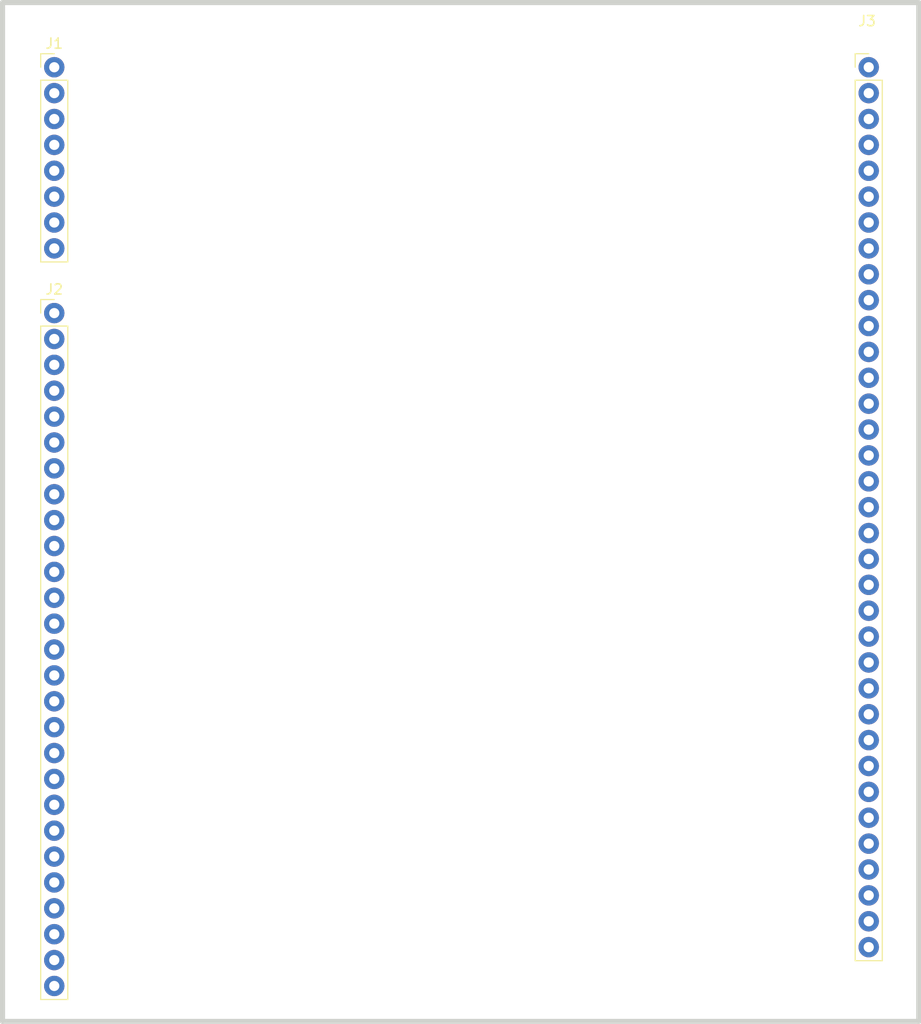
<source format=kicad_pcb>
(kicad_pcb (version 20221018) (generator pcbnew)
  (title_block (title "Fonte de tensao LM675") (date "2023-08-14") (rev "v04.1") (company "EITduino") (comment 1 "Autor: Gustavo Pinheiro") (comment 2 "projeto com uso de capacitores eletroliticos") (comment 3 "Novo barramento - alteração dos pinos de terra"))
  (layers (0 "F.Cu" signal) (31 "B.Cu" signal) (34 "B.Paste" user) (35 "F.Paste" user) (36 "B.SilkS" user "B.Silkscreen") (37 "F.SilkS" user "F.Silkscreen") (38 "B.Mask" user) (39 "F.Mask" user) (44 "Edge.Cuts" user))
  (net 0 "")
  (net 1 "VCC")
  (net 2 "VEE")
  (net 3 "Earth")
  (net 4 "+9V")
  (net 5 "-9V")
  (net 6 "+5V")
  (net 7 "-5V")
  (net 8 "+3.3V")
  (net 9 "I1")
  (net 10 "I2")
  (net 11 "Ampl1")
  (net 12 "Ampl2")
  (net 13 "Sin1")
  (net 14 "Sin2")
  (net 34 "GND")
  (net 35 "SCL4")
  (net 36 "SDA4")
  (net 37 "SinA")
  (net 38 "SinB")
  (net 39 "SINC")
  (net 40 "SPI_COPI")
  (net 41 "SPI_CIPO")
  (net 42 "SPI_clk")
  (net 43 "CS (AD9833)")
  (net 44 "CS (X9c10x)")
  (net 45 "SCL3")
  (net 46 "SDA3")
  (net 47 "SCL2")
  (net 48 "SDA2")
  (net 49 "SCL1")
  (net 50 "SDA1")
  (footprint "Connector_PinHeader_2.54mm:PinHeader_1x35_P2.54mm_Vertical" (layer "F.Cu") (at 186.69 57.15)
    (fp_text reference "J3" (at -0.165 -4.535) (layer "F.SilkS"))
    (fp_text value "comunicacao / sinais digitais" hide)
    (fp_line (start -1.33 -1.33) (end 0 -1.33) (stroke (width 0.12)) (layer "F.SilkS"))
    (fp_line (start -1.33 0) (end -1.33 -1.33) (stroke (width 0.12)) (layer "F.SilkS"))
    (fp_line (start -1.33 1.27) (end -1.33 87.69) (stroke (width 0.12)) (layer "F.SilkS"))
    (fp_line (start -1.33 1.27) (end 1.33 1.27) (stroke (width 0.12)) (layer "F.SilkS"))
    (fp_line (start -1.33 87.69) (end 1.33 87.69) (stroke (width 0.12)) (layer "F.SilkS"))
    (fp_line (start 1.33 1.27) (end 1.33 87.69) (stroke (width 0.12)) (layer "F.SilkS"))
    (pad "1" thru_hole circle (at 0 0) (size 2 2) (drill 1) (layers "*.Cu" "*.Mask") (net 6 "+5V"))
    (pad "2" thru_hole circle (at 0 2.54) (size 2 2) (drill 1) (layers "*.Cu" "*.Mask") (net 3 "Earth"))
    (pad "3" thru_hole circle (at 0 5.08) (size 2 2) (drill 1) (layers "*.Cu" "*.Mask") (net 7 "-5V"))
    (pad "4" thru_hole circle (at 0 7.62) (size 2 2) (drill 1) (layers "*.Cu" "*.Mask") (net 3 "Earth"))
    (pad "5" thru_hole circle (at 0 10.16) (size 2 2) (drill 1) (layers "*.Cu" "*.Mask") (net 8 "+3.3V"))
    (pad "6" thru_hole circle (at 0 12.7) (size 2 2) (drill 1) (layers "*.Cu" "*.Mask") (net 3 "Earth"))
    (pad "7" thru_hole circle (at 0 15.24) (size 2 2) (drill 1) (layers "*.Cu" "*.Mask"))
    (pad "8" thru_hole circle (at 0 17.78) (size 2 2) (drill 1) (layers "*.Cu" "*.Mask"))
    (pad "9" thru_hole circle (at 0 20.32) (size 2 2) (drill 1) (layers "*.Cu" "*.Mask"))
    (pad "10" thru_hole circle (at 0 22.86) (size 2 2) (drill 1) (layers "*.Cu" "*.Mask"))
    (pad "11" thru_hole circle (at 0 25.4) (size 2 2) (drill 1) (layers "*.Cu" "*.Mask"))
    (pad "12" thru_hole circle (at 0 27.94) (size 2 2) (drill 1) (layers "*.Cu" "*.Mask"))
    (pad "13" thru_hole circle (at 0 30.48) (size 2 2) (drill 1) (layers "*.Cu" "*.Mask"))
    (pad "14" thru_hole circle (at 0 33.02) (size 2 2) (drill 1) (layers "*.Cu" "*.Mask") (net 34 "GND"))
    (pad "15" thru_hole circle (at 0 35.56) (size 2 2) (drill 1) (layers "*.Cu" "*.Mask") (net 43 "CS (AD9833)"))
    (pad "16" thru_hole circle (at 0 38.1) (size 2 2) (drill 1) (layers "*.Cu" "*.Mask") (net 34 "GND"))
    (pad "17" thru_hole circle (at 0 40.64) (size 2 2) (drill 1) (layers "*.Cu" "*.Mask") (net 44 "CS (X9c10x)"))
    (pad "18" thru_hole circle (at 0 43.18) (size 2 2) (drill 1) (layers "*.Cu" "*.Mask") (net 34 "GND"))
    (pad "19" thru_hole circle (at 0 45.72) (size 2 2) (drill 1) (layers "*.Cu" "*.Mask") (net 42 "SPI_clk"))
    (pad "20" thru_hole circle (at 0 48.26) (size 2 2) (drill 1) (layers "*.Cu" "*.Mask") (net 41 "SPI_CIPO"))
    (pad "21" thru_hole circle (at 0 50.8) (size 2 2) (drill 1) (layers "*.Cu" "*.Mask") (net 40 "SPI_COPI"))
    (pad "22" thru_hole circle (at 0 53.34) (size 2 2) (drill 1) (layers "*.Cu" "*.Mask") (net 34 "GND"))
    (pad "23" thru_hole circle (at 0 55.88) (size 2 2) (drill 1) (layers "*.Cu" "*.Mask") (net 35 "SCL4"))
    (pad "24" thru_hole circle (at 0 58.42) (size 2 2) (drill 1) (layers "*.Cu" "*.Mask") (net 36 "SDA4"))
    (pad "25" thru_hole circle (at 0 60.96) (size 2 2) (drill 1) (layers "*.Cu" "*.Mask") (net 34 "GND"))
    (pad "26" thru_hole circle (at 0 63.5) (size 2 2) (drill 1) (layers "*.Cu" "*.Mask") (net 45 "SCL3"))
    (pad "27" thru_hole circle (at 0 66.04) (size 2 2) (drill 1) (layers "*.Cu" "*.Mask") (net 46 "SDA3"))
    (pad "28" thru_hole circle (at 0 68.58) (size 2 2) (drill 1) (layers "*.Cu" "*.Mask") (net 34 "GND"))
    (pad "29" thru_hole circle (at 0 71.12) (size 2 2) (drill 1) (layers "*.Cu" "*.Mask") (net 47 "SCL2"))
    (pad "30" thru_hole circle (at 0 73.66) (size 2 2) (drill 1) (layers "*.Cu" "*.Mask") (net 48 "SDA2"))
    (pad "31" thru_hole circle (at 0 76.2) (size 2 2) (drill 1) (layers "*.Cu" "*.Mask") (net 34 "GND"))
    (pad "32" thru_hole circle (at 0 78.74) (size 2 2) (drill 1) (layers "*.Cu" "*.Mask") (net 49 "SCL1"))
    (pad "33" thru_hole circle (at 0 81.28) (size 2 2) (drill 1) (layers "*.Cu" "*.Mask") (net 50 "SDA1"))
    (pad "34" thru_hole circle (at 0 83.82) (size 2 2) (drill 1) (layers "*.Cu" "*.Mask") (net 34 "GND"))
    (pad "35" thru_hole circle (at 0 86.36) (size 2 2) (drill 1) (layers "*.Cu" "*.Mask") (net 39 "SINC"))
  )
  (footprint "Connector_PinHeader_2.54mm:PinHeader_1x08_P2.54mm_Vertical" (layer "F.Cu") (at 106.68 57.15)
    (fp_text reference "J1" (at 0 -2.33) (layer "F.SilkS"))
    (fp_text value "alimentacao analogica")
    (fp_line (start -1.33 -1.33) (end 0 -1.33) (stroke (width 0.12)) (layer "F.SilkS"))
    (fp_line (start -1.33 0) (end -1.33 -1.33) (stroke (width 0.12)) (layer "F.SilkS"))
    (fp_line (start -1.33 1.27) (end -1.33 19.11) (stroke (width 0.12)) (layer "F.SilkS"))
    (fp_line (start -1.33 1.27) (end 1.33 1.27) (stroke (width 0.12)) (layer "F.SilkS"))
    (fp_line (start -1.33 19.11) (end 1.33 19.11) (stroke (width 0.12)) (layer "F.SilkS"))
    (fp_line (start 1.33 1.27) (end 1.33 19.11) (stroke (width 0.12)) (layer "F.SilkS"))
    (pad "1" thru_hole circle (at 0 0) (size 2 2) (drill 1) (layers "*.Cu" "*.Mask") (net 3 "Earth"))
    (pad "2" thru_hole circle (at 0 2.54) (size 2 2) (drill 1) (layers "*.Cu" "*.Mask") (net 1 "VCC"))
    (pad "3" thru_hole circle (at 0 5.08) (size 2 2) (drill 1) (layers "*.Cu" "*.Mask") (net 2 "VEE"))
    (pad "4" thru_hole circle (at 0 7.62) (size 2 2) (drill 1) (layers "*.Cu" "*.Mask") (net 3 "Earth"))
    (pad "5" thru_hole circle (at 0 10.16) (size 2 2) (drill 1) (layers "*.Cu" "*.Mask") (net 4 "+9V"))
    (pad "6" thru_hole circle (at 0 12.7) (size 2 2) (drill 1) (layers "*.Cu" "*.Mask") (net 3 "Earth"))
    (pad "7" thru_hole circle (at 0 15.24) (size 2 2) (drill 1) (layers "*.Cu" "*.Mask") (net 5 "-9V"))
    (pad "8" thru_hole circle (at 0 17.78) (size 2 2) (drill 1) (layers "*.Cu" "*.Mask") (net 3 "Earth"))
  )
  (footprint "Connector_PinHeader_2.54mm:PinHeader_1x27_P2.54mm_Vertical" (layer "F.Cu") (at 106.68 81.28)
    (fp_text reference "J2" (at 0 -2.33) (layer "F.SilkS"))
    (fp_text value "sinais analogicos")
    (fp_line (start -1.33 -1.33) (end 0 -1.33) (stroke (width 0.12)) (layer "F.SilkS"))
    (fp_line (start -1.33 0) (end -1.33 -1.33) (stroke (width 0.12)) (layer "F.SilkS"))
    (fp_line (start -1.33 1.27) (end -1.33 67.37) (stroke (width 0.12)) (layer "F.SilkS"))
    (fp_line (start -1.33 1.27) (end 1.33 1.27) (stroke (width 0.12)) (layer "F.SilkS"))
    (fp_line (start -1.33 67.37) (end 1.33 67.37) (stroke (width 0.12)) (layer "F.SilkS"))
    (fp_line (start 1.33 1.27) (end 1.33 67.37) (stroke (width 0.12)) (layer "F.SilkS"))
    (pad "1" thru_hole circle (at 0 0) (size 2 2) (drill 1) (layers "*.Cu" "*.Mask"))
    (pad "2" thru_hole circle (at 0 2.54) (size 2 2) (drill 1) (layers "*.Cu" "*.Mask"))
    (pad "3" thru_hole circle (at 0 5.08) (size 2 2) (drill 1) (layers "*.Cu" "*.Mask"))
    (pad "4" thru_hole circle (at 0 7.62) (size 2 2) (drill 1) (layers "*.Cu" "*.Mask"))
    (pad "5" thru_hole circle (at 0 10.16) (size 2 2) (drill 1) (layers "*.Cu" "*.Mask"))
    (pad "6" thru_hole circle (at 0 12.7) (size 2 2) (drill 1) (layers "*.Cu" "*.Mask"))
    (pad "7" thru_hole circle (at 0 15.24) (size 2 2) (drill 1) (layers "*.Cu" "*.Mask"))
    (pad "8" thru_hole circle (at 0 17.78) (size 2 2) (drill 1) (layers "*.Cu" "*.Mask"))
    (pad "9" thru_hole circle (at 0 20.32) (size 2 2) (drill 1) (layers "*.Cu" "*.Mask"))
    (pad "10" thru_hole circle (at 0 22.86) (size 2 2) (drill 1) (layers "*.Cu" "*.Mask"))
    (pad "11" thru_hole circle (at 0 25.4) (size 2 2) (drill 1) (layers "*.Cu" "*.Mask"))
    (pad "12" thru_hole circle (at 0 27.94) (size 2 2) (drill 1) (layers "*.Cu" "*.Mask"))
    (pad "13" thru_hole circle (at 0 30.48) (size 2 2) (drill 1) (layers "*.Cu" "*.Mask"))
    (pad "14" thru_hole circle (at 0 33.02) (size 2 2) (drill 1) (layers "*.Cu" "*.Mask") (net 3 "Earth"))
    (pad "15" thru_hole circle (at 0 35.56) (size 2 2) (drill 1) (layers "*.Cu" "*.Mask") (net 9 "I1"))
    (pad "16" thru_hole circle (at 0 38.1) (size 2 2) (drill 1) (layers "*.Cu" "*.Mask") (net 3 "Earth"))
    (pad "17" thru_hole circle (at 0 40.64) (size 2 2) (drill 1) (layers "*.Cu" "*.Mask") (net 10 "I2"))
    (pad "18" thru_hole circle (at 0 43.18) (size 2 2) (drill 1) (layers "*.Cu" "*.Mask") (net 3 "Earth"))
    (pad "19" thru_hole circle (at 0 45.72) (size 2 2) (drill 1) (layers "*.Cu" "*.Mask") (net 11 "Ampl1"))
    (pad "20" thru_hole circle (at 0 48.26) (size 2 2) (drill 1) (layers "*.Cu" "*.Mask") (net 3 "Earth"))
    (pad "21" thru_hole circle (at 0 50.8) (size 2 2) (drill 1) (layers "*.Cu" "*.Mask") (net 12 "Ampl2"))
    (pad "22" thru_hole circle (at 0 53.34) (size 2 2) (drill 1) (layers "*.Cu" "*.Mask") (net 3 "Earth"))
    (pad "23" thru_hole circle (at 0 55.88) (size 2 2) (drill 1) (layers "*.Cu" "*.Mask") (net 13 "Sin1"))
    (pad "24" thru_hole circle (at 0 58.42) (size 2 2) (drill 1) (layers "*.Cu" "*.Mask") (net 14 "Sin2"))
    (pad "25" thru_hole circle (at 0 60.96) (size 2 2) (drill 1) (layers "*.Cu" "*.Mask") (net 3 "Earth"))
    (pad "26" thru_hole circle (at 0 63.5) (size 2 2) (drill 1) (layers "*.Cu" "*.Mask") (net 37 "SinA"))
    (pad "27" thru_hole circle (at 0 66.04) (size 2 2) (drill 1) (layers "*.Cu" "*.Mask") (net 38 "SinB"))
  )
  (gr_line (start 191.6 150.7998) (end 101.60018 150.7998) (stroke (width 0.5)) (layer "Edge.Cuts"))
  (gr_line (start 191.6 150.8) (end 191.6 50.8) (stroke (width 0.5)) (layer "Edge.Cuts"))
  (gr_line (start 101.6 50.8) (end 191.6 50.8) (stroke (width 0.5)) (layer "Edge.Cuts"))
  (gr_line (start 101.6 50.8) (end 101.6 150.7998) (stroke (width 0.5)) (layer "Edge.Cuts"))
)
</source>
